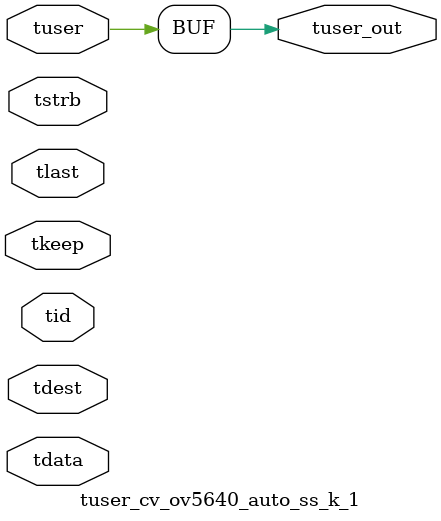
<source format=v>


`timescale 1ps/1ps

module tuser_cv_ov5640_auto_ss_k_1 #
(
parameter C_S_AXIS_TUSER_WIDTH = 1,
parameter C_S_AXIS_TDATA_WIDTH = 32,
parameter C_S_AXIS_TID_WIDTH   = 0,
parameter C_S_AXIS_TDEST_WIDTH = 0,
parameter C_M_AXIS_TUSER_WIDTH = 1
)
(
input  [(C_S_AXIS_TUSER_WIDTH == 0 ? 1 : C_S_AXIS_TUSER_WIDTH)-1:0     ] tuser,
input  [(C_S_AXIS_TDATA_WIDTH == 0 ? 1 : C_S_AXIS_TDATA_WIDTH)-1:0     ] tdata,
input  [(C_S_AXIS_TID_WIDTH   == 0 ? 1 : C_S_AXIS_TID_WIDTH)-1:0       ] tid,
input  [(C_S_AXIS_TDEST_WIDTH == 0 ? 1 : C_S_AXIS_TDEST_WIDTH)-1:0     ] tdest,
input  [(C_S_AXIS_TDATA_WIDTH/8)-1:0 ] tkeep,
input  [(C_S_AXIS_TDATA_WIDTH/8)-1:0 ] tstrb,
input                                                                    tlast,
output [C_M_AXIS_TUSER_WIDTH-1:0] tuser_out
);

assign tuser_out = {tuser[0:0]};

endmodule


</source>
